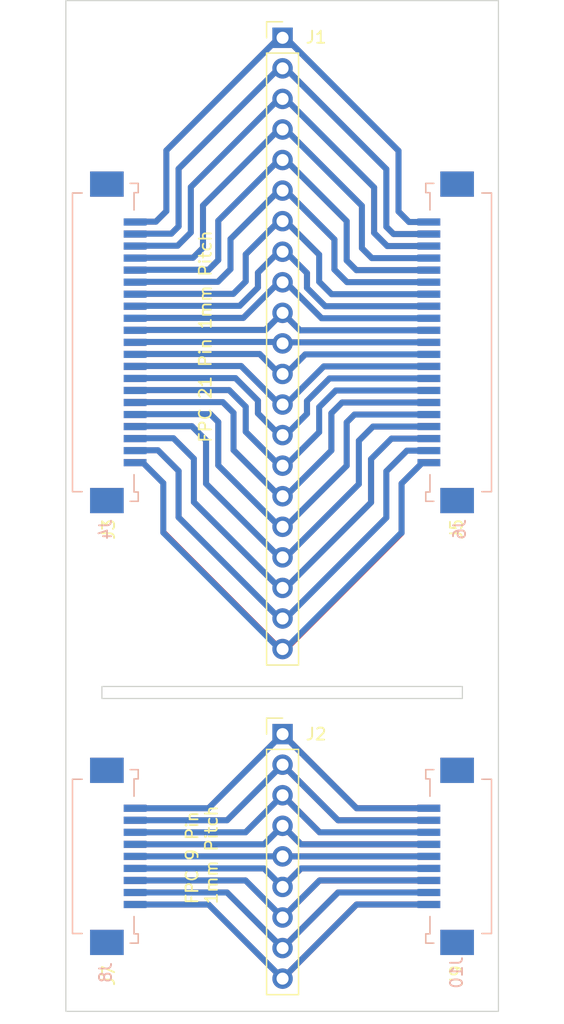
<source format=kicad_pcb>
(kicad_pcb (version 20221018) (generator pcbnew)
  (layers (0 "F.Cu" signal) (31 "B.Cu" signal) (34 "B.Paste" user) (35 "F.Paste" user) (36 "B.SilkS" user "B.Silkscreen") (37 "F.SilkS" user "F.Silkscreen") (38 "B.Mask" user) (39 "F.Mask" user) (44 "Edge.Cuts" user))
  (net 0 "")
  (net 1 "Net-(J1-Pin_1)")
  (net 2 "Net-(J1-Pin_2)")
  (net 3 "Net-(J1-Pin_3)")
  (net 4 "Net-(J1-Pin_4)")
  (net 5 "Net-(J1-Pin_5)")
  (net 6 "Net-(J1-Pin_6)")
  (net 7 "Net-(J1-Pin_7)")
  (net 8 "Net-(J1-Pin_8)")
  (net 9 "Net-(J1-Pin_9)")
  (net 10 "Net-(J1-Pin_10)")
  (net 11 "Net-(J1-Pin_11)")
  (net 12 "Net-(J1-Pin_12)")
  (net 13 "Net-(J1-Pin_13)")
  (net 14 "Net-(J1-Pin_14)")
  (net 15 "Net-(J1-Pin_15)")
  (net 16 "Net-(J1-Pin_16)")
  (net 17 "Net-(J1-Pin_17)")
  (net 18 "Net-(J1-Pin_18)")
  (net 19 "Net-(J1-Pin_19)")
  (net 20 "Net-(J1-Pin_20)")
  (net 21 "Net-(J1-Pin_21)")
  (net 22 "Net-(J10-Pin_1)")
  (net 23 "Net-(J10-Pin_2)")
  (net 24 "Net-(J10-Pin_3)")
  (net 25 "Net-(J10-Pin_4)")
  (net 26 "Net-(J10-Pin_5)")
  (net 27 "Net-(J10-Pin_6)")
  (net 28 "Net-(J10-Pin_7)")
  (net 29 "Net-(J10-Pin_8)")
  (net 30 "Net-(J10-Pin_9)")
  (footprint "MountingHole:MountingHole_3.2mm_M3" (layer "F.Cu") (at 127.586 158.74)
    (fp_text reference "REF**" hide)
    (fp_text value "MountingHole_3.2mm_M3")
  )
  (footprint "MountingHole:MountingHole_3.2mm_M3" (layer "F.Cu") (at 141.586 158.74)
    (fp_text reference "REF**" hide)
    (fp_text value "MountingHole_3.2mm_M3")
  )
  (footprint "MountingHole:MountingHole_3.2mm_M3" (layer "F.Cu") (at 148.586 82.74)
    (fp_text reference "REF**" hide)
    (fp_text value "MountingHole_3.2mm_M3")
  )
  (footprint "Connector_PinHeader_2.54mm:PinHeader_1x21_P2.54mm_Vertical" (layer "F.Cu") (at 134.62 81.83)
    (fp_text reference "J1")
    (fp_text value "Conn_01x21_Pin")
  )
  (footprint "FPC_Adapted:Molex_200528-0210_1x21-1MP_P1.00mm_Horizontal" (layer "F.Cu") (at 147.707998 107.14 90)
    (fp_text reference "J5")
    (fp_text value "Conn_01x21_Pin")
  )
  (footprint "MountingHole:MountingHole_3.2mm_M3" (layer "F.Cu") (at 120.586 82.74)
    (fp_text reference "REF**" hide)
    (fp_text value "MountingHole_3.2mm_M3")
  )
  (footprint "FPC_Adapted:Molex_200528-0090_1x09-1MP_P1.00mm_Horizontal" (layer "F.Cu") (at 121.438 149.86 -90)
    (fp_text reference "J7")
    (fp_text value "Conn_01x09_Pin")
  )
  (footprint "FPC_Adapted:Molex_200528-0210_1x21-1MP_P1.00mm_Horizontal" (layer "F.Cu") (at 121.438 107.14 -90)
    (fp_text reference "J3")
    (fp_text value "Conn_01x21_Pin")
  )
  (footprint "FPC_Adapted:Molex_200528-0090_1x09-1MP_P1.00mm_Horizontal" (layer "F.Cu") (at 147.708 149.86 90)
    (fp_text reference "J9")
    (fp_text value "Conn_01x09_Pin")
  )
  (footprint "Connector_PinHeader_2.54mm:PinHeader_1x09_P2.54mm_Vertical" (layer "F.Cu") (at 134.62 139.7)
    (fp_text reference "J2")
    (fp_text value "Conn_01x09_Pin")
  )
  (footprint "MountingHole:MountingHole_3.2mm_M3" (layer "F.Cu") (at 148.586 131.74)
    (fp_text reference "REF**" hide)
    (fp_text value "MountingHole_3.2mm_M3")
  )
  (footprint "MountingHole:MountingHole_3.2mm_M3" (layer "F.Cu") (at 120.586 131.74)
    (fp_text reference "REF**" hide)
    (fp_text value "MountingHole_3.2mm_M3")
  )
  (footprint "FPC_Adapted:Molex_200528-0090_1x09-1MP_P1.00mm_Horizontal" (layer "B.Cu") (at 121.438 149.86 90)
    (fp_text reference "J8")
    (fp_text value "Conn_01x09_Pin")
  )
  (footprint "FPC_Adapted:Molex_200528-0210_1x21-1MP_P1.00mm_Horizontal" (layer "B.Cu") (at 121.438 107.14 90)
    (fp_text reference "J4")
    (fp_text value "Conn_01x21_Pin")
  )
  (footprint "FPC_Adapted:Molex_200528-0210_1x21-1MP_P1.00mm_Horizontal" (layer "B.Cu") (at 147.707998 107.14 -90)
    (fp_text reference "J6")
    (fp_text value "Conn_01x21_Pin")
  )
  (footprint "FPC_Adapted:Molex_200528-0090_1x09-1MP_P1.00mm_Horizontal" (layer "B.Cu") (at 147.708 149.86 -90)
    (fp_text reference "J10")
    (fp_text value "Conn_01x09_Pin")
  )
  (gr_rect (start 119.586 135.74) (end 149.586 136.74) (stroke (width 0.1)) (fill none) (layer "Edge.Cuts"))
  (gr_rect (start 116.586 78.74) (end 152.586 162.74) (stroke (width 0.1)) (fill none) (layer "Edge.Cuts"))
  (gr_text "FPC 9 Pin\n1mm Pitch" (at 129.286 153.924 90) (layer "F.SilkS") (effects (font (size 1 1)) (justify left bottom)))
  (gr_text "FPC 21 Pin 1mm Pitch" (at 128.778 115.57 90) (layer "F.SilkS") (effects (font (size 1 1)) (justify left bottom)))
  (segment (start 124.077 97.11) (end 122.425 97.11) (width 0.5) (layer "F.Cu") (net 1))
  (segment (start 145.145998 97.14) (end 146.797998 97.14) (width 0.5) (layer "F.Cu") (net 1))
  (segment (start 124.951 96.236) (end 124.077 97.11) (width 0.5) (layer "F.Cu") (net 1))
  (segment (start 144.271998 91.222) (end 144.271998 96.266) (width 0.5) (layer "F.Cu") (net 1))
  (segment (start 124.951 91.192) (end 124.951 96.236) (width 0.5) (layer "F.Cu") (net 1))
  (segment (start 134.879998 81.83) (end 144.271998 91.222) (width 0.5) (layer "F.Cu") (net 1))
  (segment (start 144.271998 96.266) (end 145.145998 97.14) (width 0.5) (layer "F.Cu") (net 1))
  (segment (start 134.343 81.8) (end 124.951 91.192) (width 0.5) (layer "F.Cu") (net 1))
  (segment (start 124.951 96.236) (end 124.077 97.11) (width 0.5) (layer "B.Cu") (net 1))
  (segment (start 144.271998 91.222) (end 144.271998 96.266) (width 0.5) (layer "B.Cu") (net 1))
  (segment (start 124.951 91.192) (end 124.951 96.236) (width 0.5) (layer "B.Cu") (net 1))
  (segment (start 134.343 81.8) (end 124.951 91.192) (width 0.5) (layer "B.Cu") (net 1))
  (segment (start 145.145998 97.14) (end 146.797998 97.14) (width 0.5) (layer "B.Cu") (net 1))
  (segment (start 124.077 97.11) (end 122.425 97.11) (width 0.5) (layer "B.Cu") (net 1))
  (segment (start 144.271998 96.266) (end 145.145998 97.14) (width 0.5) (layer "B.Cu") (net 1))
  (segment (start 134.879998 81.83) (end 144.271998 91.222) (width 0.5) (layer "B.Cu") (net 1))
  (segment (start 125.363 98.11) (end 122.425 98.11) (width 0.5) (layer "F.Cu") (net 2))
  (segment (start 143.255998 97.536) (end 143.859998 98.14) (width 0.5) (layer "F.Cu") (net 2))
  (segment (start 125.967 92.716) (end 125.967 97.506) (width 0.5) (layer "F.Cu") (net 2))
  (segment (start 125.967 97.506) (end 125.363 98.11) (width 0.5) (layer "F.Cu") (net 2))
  (segment (start 134.879998 84.37) (end 143.255998 92.746) (width 0.5) (layer "F.Cu") (net 2))
  (segment (start 143.255998 92.746) (end 143.255998 97.536) (width 0.5) (layer "F.Cu") (net 2))
  (segment (start 134.343 84.34) (end 125.967 92.716) (width 0.5) (layer "F.Cu") (net 2))
  (segment (start 143.859998 98.14) (end 146.797998 98.14) (width 0.5) (layer "F.Cu") (net 2))
  (segment (start 134.879998 84.37) (end 143.255998 92.746) (width 0.5) (layer "B.Cu") (net 2))
  (segment (start 143.859998 98.14) (end 146.797998 98.14) (width 0.5) (layer "B.Cu") (net 2))
  (segment (start 143.255998 97.536) (end 143.859998 98.14) (width 0.5) (layer "B.Cu") (net 2))
  (segment (start 134.343 84.34) (end 125.967 92.716) (width 0.5) (layer "B.Cu") (net 2))
  (segment (start 125.967 92.716) (end 125.967 97.506) (width 0.5) (layer "B.Cu") (net 2))
  (segment (start 143.255998 92.746) (end 143.255998 97.536) (width 0.5) (layer "B.Cu") (net 2))
  (segment (start 125.363 98.11) (end 122.425 98.11) (width 0.5) (layer "B.Cu") (net 2))
  (segment (start 125.967 97.506) (end 125.363 98.11) (width 0.5) (layer "B.Cu") (net 2))
  (segment (start 126.983 94.24) (end 126.983 98.014) (width 0.5) (layer "F.Cu") (net 3))
  (segment (start 134.879998 86.91) (end 142.239998 94.27) (width 0.5) (layer "F.Cu") (net 3))
  (segment (start 142.239998 94.27) (end 142.239998 98.044) (width 0.5) (layer "F.Cu") (net 3))
  (segment (start 134.343 86.88) (end 126.983 94.24) (width 0.5) (layer "F.Cu") (net 3))
  (segment (start 142.239998 98.044) (end 143.335998 99.14) (width 0.5) (layer "F.Cu") (net 3))
  (segment (start 126.983 98.014) (end 125.887 99.11) (width 0.5) (layer "F.Cu") (net 3))
  (segment (start 125.887 99.11) (end 122.425 99.11) (width 0.5) (layer "F.Cu") (net 3))
  (segment (start 143.335998 99.14) (end 146.797998 99.14) (width 0.5) (layer "F.Cu") (net 3))
  (segment (start 125.887 99.11) (end 122.425 99.11) (width 0.5) (layer "B.Cu") (net 3))
  (segment (start 134.879998 86.91) (end 142.239998 94.27) (width 0.5) (layer "B.Cu") (net 3))
  (segment (start 134.343 86.88) (end 126.983 94.24) (width 0.5) (layer "B.Cu") (net 3))
  (segment (start 126.983 94.24) (end 126.983 98.014) (width 0.5) (layer "B.Cu") (net 3))
  (segment (start 126.983 98.014) (end 125.887 99.11) (width 0.5) (layer "B.Cu") (net 3))
  (segment (start 143.335998 99.14) (end 146.797998 99.14) (width 0.5) (layer "B.Cu") (net 3))
  (segment (start 142.239998 98.044) (end 143.335998 99.14) (width 0.5) (layer "B.Cu") (net 3))
  (segment (start 142.239998 94.27) (end 142.239998 98.044) (width 0.5) (layer "B.Cu") (net 3))
  (segment (start 127.173 100.11) (end 122.425 100.11) (width 0.5) (layer "F.Cu") (net 4))
  (segment (start 141.223998 99.314) (end 142.049998 100.14) (width 0.5) (layer "F.Cu") (net 4))
  (segment (start 142.049998 100.14) (end 146.797998 100.14) (width 0.5) (layer "F.Cu") (net 4))
  (segment (start 141.223998 95.794) (end 141.223998 99.314) (width 0.5) (layer "F.Cu") (net 4))
  (segment (start 134.343 89.42) (end 127.999 95.764) (width 0.5) (layer "F.Cu") (net 4))
  (segment (start 127.999 95.764) (end 127.999 99.284) (width 0.5) (layer "F.Cu") (net 4))
  (segment (start 127.999 99.284) (end 127.173 100.11) (width 0.5) (layer "F.Cu") (net 4))
  (segment (start 134.879998 89.45) (end 141.223998 95.794) (width 0.5) (layer "F.Cu") (net 4))
  (segment (start 141.223998 95.794) (end 141.223998 99.314) (width 0.5) (layer "B.Cu") (net 4))
  (segment (start 141.223998 99.314) (end 142.049998 100.14) (width 0.5) (layer "B.Cu") (net 4))
  (segment (start 127.999 95.764) (end 127.999 99.284) (width 0.5) (layer "B.Cu") (net 4))
  (segment (start 127.999 99.284) (end 127.173 100.11) (width 0.5) (layer "B.Cu") (net 4))
  (segment (start 142.049998 100.14) (end 146.797998 100.14) (width 0.5) (layer "B.Cu") (net 4))
  (segment (start 134.879998 89.45) (end 141.223998 95.794) (width 0.5) (layer "B.Cu") (net 4))
  (segment (start 127.173 100.11) (end 122.425 100.11) (width 0.5) (layer "B.Cu") (net 4))
  (segment (start 134.343 89.42) (end 127.999 95.764) (width 0.5) (layer "B.Cu") (net 4))
  (segment (start 129.269 100.3) (end 128.459 101.11) (width 0.5) (layer "F.Cu") (net 5))
  (segment (start 139.953998 97.064) (end 139.953998 100.33) (width 0.5) (layer "F.Cu") (net 5))
  (segment (start 128.459 101.11) (end 122.425 101.11) (width 0.5) (layer "F.Cu") (net 5))
  (segment (start 140.763998 101.14) (end 146.797998 101.14) (width 0.5) (layer "F.Cu") (net 5))
  (segment (start 129.269 97.034) (end 129.269 100.3) (width 0.5) (layer "F.Cu") (net 5))
  (segment (start 134.879998 91.99) (end 139.953998 97.064) (width 0.5) (layer "F.Cu") (net 5))
  (segment (start 139.953998 100.33) (end 140.763998 101.14) (width 0.5) (layer "F.Cu") (net 5))
  (segment (start 134.343 91.96) (end 129.269 97.034) (width 0.5) (layer "F.Cu") (net 5))
  (segment (start 139.953998 97.064) (end 139.953998 100.33) (width 0.5) (layer "B.Cu") (net 5))
  (segment (start 128.459 101.11) (end 122.425 101.11) (width 0.5) (layer "B.Cu") (net 5))
  (segment (start 139.953998 100.33) (end 140.763998 101.14) (width 0.5) (layer "B.Cu") (net 5))
  (segment (start 134.343 91.96) (end 129.269 97.034) (width 0.5) (layer "B.Cu") (net 5))
  (segment (start 140.763998 101.14) (end 146.797998 101.14) (width 0.5) (layer "B.Cu") (net 5))
  (segment (start 134.879998 91.99) (end 139.953998 97.064) (width 0.5) (layer "B.Cu") (net 5))
  (segment (start 129.269 97.034) (end 129.269 100.3) (width 0.5) (layer "B.Cu") (net 5))
  (segment (start 129.269 100.3) (end 128.459 101.11) (width 0.5) (layer "B.Cu") (net 5))
  (segment (start 130.285 101.062) (end 129.237 102.11) (width 0.5) (layer "F.Cu") (net 6))
  (segment (start 138.937998 101.092) (end 139.985998 102.14) (width 0.5) (layer "F.Cu") (net 6))
  (segment (start 139.985998 102.14) (end 146.797998 102.14) (width 0.5) (layer "F.Cu") (net 6))
  (segment (start 134.343 94.5) (end 130.285 98.558) (width 0.5) (layer "F.Cu") (net 6))
  (segment (start 138.937998 98.588) (end 138.937998 101.092) (width 0.5) (layer "F.Cu") (net 6))
  (segment (start 130.285 98.558) (end 130.285 101.062) (width 0.5) (layer "F.Cu") (net 6))
  (segment (start 129.237 102.11) (end 122.425 102.11) (width 0.5) (layer "F.Cu") (net 6))
  (segment (start 134.879998 94.53) (end 138.937998 98.588) (width 0.5) (layer "F.Cu") (net 6))
  (segment (start 130.285 101.062) (end 129.237 102.11) (width 0.5) (layer "B.Cu") (net 6))
  (segment (start 130.285 98.558) (end 130.285 101.062) (width 0.5) (layer "B.Cu") (net 6))
  (segment (start 134.343 94.5) (end 130.285 98.558) (width 0.5) (layer "B.Cu") (net 6))
  (segment (start 138.937998 98.588) (end 138.937998 101.092) (width 0.5) (layer "B.Cu") (net 6))
  (segment (start 134.879998 94.53) (end 138.937998 98.588) (width 0.5) (layer "B.Cu") (net 6))
  (segment (start 139.985998 102.14) (end 146.797998 102.14) (width 0.5) (layer "B.Cu") (net 6))
  (segment (start 129.237 102.11) (end 122.425 102.11) (width 0.5) (layer "B.Cu") (net 6))
  (segment (start 138.937998 101.092) (end 139.985998 102.14) (width 0.5) (layer "B.Cu") (net 6))
  (segment (start 137.667998 99.858) (end 137.667998 102.108) (width 0.5) (layer "F.Cu") (net 7))
  (segment (start 131.555 102.078) (end 130.523 103.11) (width 0.5) (layer "F.Cu") (net 7))
  (segment (start 134.879998 97.07) (end 137.667998 99.858) (width 0.5) (layer "F.Cu") (net 7))
  (segment (start 130.523 103.11) (end 122.425 103.11) (width 0.5) (layer "F.Cu") (net 7))
  (segment (start 137.667998 102.108) (end 138.699998 103.14) (width 0.5) (layer "F.Cu") (net 7))
  (segment (start 131.555 99.828) (end 131.555 102.078) (width 0.5) (layer "F.Cu") (net 7))
  (segment (start 134.343 97.04) (end 131.555 99.828) (width 0.5) (layer "F.Cu") (net 7))
  (segment (start 138.699998 103.14) (end 146.797998 103.14) (width 0.5) (layer "F.Cu") (net 7))
  (segment (start 138.699998 103.14) (end 146.797998 103.14) (width 0.5) (layer "B.Cu") (net 7))
  (segment (start 134.879998 97.07) (end 137.667998 99.858) (width 0.5) (layer "B.Cu") (net 7))
  (segment (start 137.667998 102.108) (end 138.699998 103.14) (width 0.5) (layer "B.Cu") (net 7))
  (segment (start 130.523 103.11) (end 122.425 103.11) (width 0.5) (layer "B.Cu") (net 7))
  (segment (start 131.555 102.078) (end 130.523 103.11) (width 0.5) (layer "B.Cu") (net 7))
  (segment (start 134.343 97.04) (end 131.555 99.828) (width 0.5) (layer "B.Cu") (net 7))
  (segment (start 137.667998 99.858) (end 137.667998 102.108) (width 0.5) (layer "B.Cu") (net 7))
  (segment (start 131.555 99.828) (end 131.555 102.078) (width 0.5) (layer "B.Cu") (net 7))
  (segment (start 132.571 102.586) (end 131.047 104.11) (width 0.5) (layer "F.Cu") (net 8))
  (segment (start 131.047 104.11) (end 122.425 104.11) (width 0.5) (layer "F.Cu") (net 8))
  (segment (start 136.651998 101.382) (end 136.651998 102.616) (width 0.5) (layer "F.Cu") (net 8))
  (segment (start 132.571 101.352) (end 132.571 102.586) (width 0.5) (layer "F.Cu") (net 8))
  (segment (start 136.651998 102.616) (end 138.175998 104.14) (width 0.5) (layer "F.Cu") (net 8))
  (segment (start 138.175998 104.14) (end 146.797998 104.14) (width 0.5) (layer "F.Cu") (net 8))
  (segment (start 134.879998 99.61) (end 136.651998 101.382) (width 0.5) (layer "F.Cu") (net 8))
  (segment (start 134.343 99.58) (end 132.571 101.352) (width 0.5) (layer "F.Cu") (net 8))
  (segment (start 132.571 101.352) (end 132.571 102.586) (width 0.5) (layer "B.Cu") (net 8))
  (segment (start 134.343 99.58) (end 132.571 101.352) (width 0.5) (layer "B.Cu") (net 8))
  (segment (start 132.571 102.586) (end 131.047 104.11) (width 0.5) (layer "B.Cu") (net 8))
  (segment (start 136.651998 102.616) (end 138.175998 104.14) (width 0.5) (layer "B.Cu") (net 8))
  (segment (start 134.879998 99.61) (end 136.651998 101.382) (width 0.5) (layer "B.Cu") (net 8))
  (segment (start 138.175998 104.14) (end 146.797998 104.14) (width 0.5) (layer "B.Cu") (net 8))
  (segment (start 136.651998 101.382) (end 136.651998 102.616) (width 0.5) (layer "B.Cu") (net 8))
  (segment (start 131.047 104.11) (end 122.425 104.11) (width 0.5) (layer "B.Cu") (net 8))
  (segment (start 137.869998 105.14) (end 146.797998 105.14) (width 0.5) (layer "F.Cu") (net 9))
  (segment (start 134.879998 102.15) (end 137.869998 105.14) (width 0.5) (layer "F.Cu") (net 9))
  (segment (start 134.343 102.12) (end 131.353 105.11) (width 0.5) (layer "F.Cu") (net 9))
  (segment (start 131.353 105.11) (end 122.425 105.11) (width 0.5) (layer "F.Cu") (net 9))
  (segment (start 137.869998 105.14) (end 146.797998 105.14) (width 0.5) (layer "B.Cu") (net 9))
  (segment (start 134.879998 102.15) (end 137.869998 105.14) (width 0.5) (layer "B.Cu") (net 9))
  (segment (start 131.353 105.11) (end 122.425 105.11) (width 0.5) (layer "B.Cu") (net 9))
  (segment (start 134.343 102.12) (end 131.353 105.11) (width 0.5) (layer "B.Cu") (net 9))
  (segment (start 146.797998 106.14) (end 136.07 106.14) (width 0.5) (layer "F.Cu") (net 10))
  (segment (start 122.425 106.11) (end 133.2 106.11) (width 0.5) (layer "F.Cu") (net 10))
  (segment (start 133.2 106.11) (end 134.62 104.69) (width 0.5) (layer "F.Cu") (net 10))
  (segment (start 136.07 106.14) (end 134.62 104.69) (width 0.5) (layer "F.Cu") (net 10))
  (segment (start 122.425 106.11) (end 133.2 106.11) (width 0.5) (layer "B.Cu") (net 10))
  (segment (start 146.797998 106.14) (end 136.07 106.14) (width 0.5) (layer "B.Cu") (net 10))
  (segment (start 136.07 106.14) (end 134.62 104.69) (width 0.5) (layer "B.Cu") (net 10))
  (segment (start 133.2 106.11) (end 134.62 104.69) (width 0.5) (layer "B.Cu") (net 10))
  (segment (start 122.425 107.11) (end 134.253 107.11) (width 0.5) (layer "F.Cu") (net 11))
  (segment (start 146.797998 107.14) (end 134.969998 107.14) (width 0.5) (layer "F.Cu") (net 11))
  (segment (start 122.425 107.11) (end 134.253 107.11) (width 0.5) (layer "B.Cu") (net 11))
  (segment (start 146.797998 107.14) (end 134.969998 107.14) (width 0.5) (layer "B.Cu") (net 11))
  (segment (start 134.879998 109.77) (end 136.509998 108.14) (width 0.5) (layer "F.Cu") (net 12))
  (segment (start 136.509998 108.14) (end 146.797998 108.14) (width 0.5) (layer "F.Cu") (net 12))
  (segment (start 132.713 108.11) (end 122.425 108.11) (width 0.5) (layer "F.Cu") (net 12))
  (segment (start 134.343 109.74) (end 132.713 108.11) (width 0.5) (layer "F.Cu") (net 12))
  (segment (start 134.879998 109.77) (end 136.509998 108.14) (width 0.5) (layer "B.Cu") (net 12))
  (segment (start 132.713 108.11) (end 122.425 108.11) (width 0.5) (layer "B.Cu") (net 12))
  (segment (start 136.509998 108.14) (end 146.797998 108.14) (width 0.5) (layer "B.Cu") (net 12))
  (segment (start 134.343 109.74) (end 132.713 108.11) (width 0.5) (layer "B.Cu") (net 12))
  (segment (start 131.173 109.11) (end 122.425 109.11) (width 0.5) (layer "F.Cu") (net 13))
  (segment (start 138.049998 109.14) (end 146.797998 109.14) (width 0.5) (layer "F.Cu") (net 13))
  (segment (start 134.343 112.28) (end 131.173 109.11) (width 0.5) (layer "F.Cu") (net 13))
  (segment (start 134.879998 112.31) (end 138.049998 109.14) (width 0.5) (layer "F.Cu") (net 13))
  (segment (start 131.173 109.11) (end 122.425 109.11) (width 0.5) (layer "B.Cu") (net 13))
  (segment (start 134.879998 112.31) (end 138.049998 109.14) (width 0.5) (layer "B.Cu") (net 13))
  (segment (start 134.343 112.28) (end 131.173 109.11) (width 0.5) (layer "B.Cu") (net 13))
  (segment (start 138.049998 109.14) (end 146.797998 109.14) (width 0.5) (layer "B.Cu") (net 13))
  (segment (start 134.879998 114.85) (end 136.651998 113.078) (width 0.5) (layer "F.Cu") (net 14))
  (segment (start 132.571 113.048) (end 132.571 111.984) (width 0.5) (layer "F.Cu") (net 14))
  (segment (start 136.651998 112.014) (end 138.525998 110.14) (width 0.5) (layer "F.Cu") (net 14))
  (segment (start 134.343 114.82) (end 132.571 113.048) (width 0.5) (layer "F.Cu") (net 14))
  (segment (start 136.651998 113.078) (end 136.651998 112.014) (width 0.5) (layer "F.Cu") (net 14))
  (segment (start 132.571 111.984) (end 130.697 110.11) (width 0.5) (layer "F.Cu") (net 14))
  (segment (start 130.697 110.11) (end 122.425 110.11) (width 0.5) (layer "F.Cu") (net 14))
  (segment (start 138.525998 110.14) (end 146.797998 110.14) (width 0.5) (layer "F.Cu") (net 14))
  (segment (start 138.525998 110.14) (end 146.797998 110.14) (width 0.5) (layer "B.Cu") (net 14))
  (segment (start 134.343 114.82) (end 132.571 113.048) (width 0.5) (layer "B.Cu") (net 14))
  (segment (start 136.651998 112.014) (end 138.525998 110.14) (width 0.5) (layer "B.Cu") (net 14))
  (segment (start 136.651998 113.078) (end 136.651998 112.014) (width 0.5) (layer "B.Cu") (net 14))
  (segment (start 134.879998 114.85) (end 136.651998 113.078) (width 0.5) (layer "B.Cu") (net 14))
  (segment (start 132.571 113.048) (end 132.571 111.984) (width 0.5) (layer "B.Cu") (net 14))
  (segment (start 130.697 110.11) (end 122.425 110.11) (width 0.5) (layer "B.Cu") (net 14))
  (segment (start 132.571 111.984) (end 130.697 110.11) (width 0.5) (layer "B.Cu") (net 14))
  (segment (start 131.555 114.572) (end 131.555 112.492) (width 0.5) (layer "F.Cu") (net 15))
  (segment (start 134.343 117.36) (end 131.555 114.572) (width 0.5) (layer "F.Cu") (net 15))
  (segment (start 131.555 112.492) (end 130.173 111.11) (width 0.5) (layer "F.Cu") (net 15))
  (segment (start 137.667998 112.522) (end 139.049998 111.14) (width 0.5) (layer "F.Cu") (net 15))
  (segment (start 139.049998 111.14) (end 146.797998 111.14) (width 0.5) (layer "F.Cu") (net 15))
  (segment (start 130.173 111.11) (end 122.425 111.11) (width 0.5) (layer "F.Cu") (net 15))
  (segment (start 134.879998 117.39) (end 137.667998 114.602) (width 0.5) (layer "F.Cu") (net 15))
  (segment (start 137.667998 114.602) (end 137.667998 112.522) (width 0.5) (layer "F.Cu") (net 15))
  (segment (start 130.173 111.11) (end 122.425 111.11) (width 0.5) (layer "B.Cu") (net 15))
  (segment (start 137.667998 112.522) (end 139.049998 111.14) (width 0.5) (layer "B.Cu") (net 15))
  (segment (start 134.879998 117.39) (end 137.667998 114.602) (width 0.5) (layer "B.Cu") (net 15))
  (segment (start 131.555 112.492) (end 130.173 111.11) (width 0.5) (layer "B.Cu") (net 15))
  (segment (start 139.049998 111.14) (end 146.797998 111.14) (width 0.5) (layer "B.Cu") (net 15))
  (segment (start 134.343 117.36) (end 131.555 114.572) (width 0.5) (layer "B.Cu") (net 15))
  (segment (start 137.667998 114.602) (end 137.667998 112.522) (width 0.5) (layer "B.Cu") (net 15))
  (segment (start 131.555 114.572) (end 131.555 112.492) (width 0.5) (layer "B.Cu") (net 15))
  (segment (start 139.573998 112.14) (end 146.797998 112.14) (width 0.5) (layer "F.Cu") (net 16))
  (segment (start 129.649 112.11) (end 122.425 112.11) (width 0.5) (layer "F.Cu") (net 16))
  (segment (start 130.539 113) (end 129.649 112.11) (width 0.5) (layer "F.Cu") (net 16))
  (segment (start 130.539 116.096) (end 130.539 113) (width 0.5) (layer "F.Cu") (net 16))
  (segment (start 138.683998 116.126) (end 138.683998 113.03) (width 0.5) (layer "F.Cu") (net 16))
  (segment (start 138.683998 113.03) (end 139.573998 112.14) (width 0.5) (layer "F.Cu") (net 16))
  (segment (start 134.343 119.9) (end 130.539 116.096) (width 0.5) (layer "F.Cu") (net 16))
  (segment (start 134.879998 119.93) (end 138.683998 116.126) (width 0.5) (layer "F.Cu") (net 16))
  (segment (start 130.539 113) (end 129.649 112.11) (width 0.5) (layer "B.Cu") (net 16))
  (segment (start 138.683998 113.03) (end 139.573998 112.14) (width 0.5) (layer "B.Cu") (net 16))
  (segment (start 134.343 119.9) (end 130.539 116.096) (width 0.5) (layer "B.Cu") (net 16))
  (segment (start 138.683998 116.126) (end 138.683998 113.03) (width 0.5) (layer "B.Cu") (net 16))
  (segment (start 129.649 112.11) (end 122.425 112.11) (width 0.5) (layer "B.Cu") (net 16))
  (segment (start 130.539 116.096) (end 130.539 113) (width 0.5) (layer "B.Cu") (net 16))
  (segment (start 139.573998 112.14) (end 146.797998 112.14) (width 0.5) (layer "B.Cu") (net 16))
  (segment (start 134.879998 119.93) (end 138.683998 116.126) (width 0.5) (layer "B.Cu") (net 16))
  (segment (start 139.953998 113.792) (end 140.605998 113.14) (width 0.5) (layer "F.Cu") (net 17))
  (segment (start 129.269 117.366) (end 129.269 113.762) (width 0.5) (layer "F.Cu") (net 17))
  (segment (start 140.605998 113.14) (end 146.797998 113.14) (width 0.5) (layer "F.Cu") (net 17))
  (segment (start 139.953998 117.396) (end 139.953998 113.792) (width 0.5) (layer "F.Cu") (net 17))
  (segment (start 129.269 113.762) (end 128.617 113.11) (width 0.5) (layer "F.Cu") (net 17))
  (segment (start 134.879998 122.47) (end 139.953998 117.396) (width 0.5) (layer "F.Cu") (net 17))
  (segment (start 128.617 113.11) (end 122.425 113.11) (width 0.5) (layer "F.Cu") (net 17))
  (segment (start 134.343 122.44) (end 129.269 117.366) (width 0.5) (layer "F.Cu") (net 17))
  (segment (start 139.953998 117.396) (end 139.953998 113.792) (width 0.5) (layer "B.Cu") (net 17))
  (segment (start 140.605998 113.14) (end 146.797998 113.14) (width 0.5) (layer "B.Cu") (net 17))
  (segment (start 129.269 113.762) (end 128.617 113.11) (width 0.5) (layer "B.Cu") (net 17))
  (segment (start 129.269 117.366) (end 129.269 113.762) (width 0.5) (layer "B.Cu") (net 17))
  (segment (start 134.879998 122.47) (end 139.953998 117.396) (width 0.5) (layer "B.Cu") (net 17))
  (segment (start 134.343 122.44) (end 129.269 117.366) (width 0.5) (layer "B.Cu") (net 17))
  (segment (start 128.617 113.11) (end 122.425 113.11) (width 0.5) (layer "B.Cu") (net 17))
  (segment (start 139.953998 113.792) (end 140.605998 113.14) (width 0.5) (layer "B.Cu") (net 17))
  (segment (start 142.145998 114.14) (end 146.797998 114.14) (width 0.5) (layer "F.Cu") (net 18))
  (segment (start 134.343 124.98) (end 128.253 118.89) (width 0.5) (layer "F.Cu") (net 18))
  (segment (start 128.253 115.286) (end 127.077 114.11) (width 0.5) (layer "F.Cu") (net 18))
  (segment (start 127.077 114.11) (end 122.425 114.11) (width 0.5) (layer "F.Cu") (net 18))
  (segment (start 140.969998 118.92) (end 140.969998 115.316) (width 0.5) (layer "F.Cu") (net 18))
  (segment (start 128.253 118.89) (end 128.253 115.286) (width 0.5) (layer "F.Cu") (net 18))
  (segment (start 134.879998 125.01) (end 140.969998 118.92) (width 0.5) (layer "F.Cu") (net 18))
  (segment (start 140.969998 115.316) (end 142.145998 114.14) (width 0.5) (layer "F.Cu") (net 18))
  (segment (start 134.343 124.98) (end 128.253 118.89) (width 0.5) (layer "B.Cu") (net 18))
  (segment (start 128.253 115.286) (end 127.077 114.11) (width 0.5) (layer "B.Cu") (net 18))
  (segment (start 140.969998 115.316) (end 142.145998 114.14) (width 0.5) (layer "B.Cu") (net 18))
  (segment (start 140.969998 118.92) (end 140.969998 115.316) (width 0.5) (layer "B.Cu") (net 18))
  (segment (start 142.145998 114.14) (end 146.797998 114.14) (width 0.5) (layer "B.Cu") (net 18))
  (segment (start 134.879998 125.01) (end 140.969998 118.92) (width 0.5) (layer "B.Cu") (net 18))
  (segment (start 128.253 118.89) (end 128.253 115.286) (width 0.5) (layer "B.Cu") (net 18))
  (segment (start 127.077 114.11) (end 122.425 114.11) (width 0.5) (layer "B.Cu") (net 18))
  (segment (start 141.985998 120.444) (end 141.985998 116.84) (width 0.5) (layer "F.Cu") (net 19))
  (segment (start 127.237 120.414) (end 127.237 116.81) (width 0.5) (layer "F.Cu") (net 19))
  (segment (start 143.685998 115.14) (end 146.797998 115.14) (width 0.5) (layer "F.Cu") (net 19))
  (segment (start 134.343 127.52) (end 127.237 120.414) (width 0.5) (layer "F.Cu") (net 19))
  (segment (start 127.237 116.81) (end 125.537 115.11) (width 0.5) (layer "F.Cu") (net 19))
  (segment (start 134.879998 127.55) (end 141.985998 120.444) (width 0.5) (layer "F.Cu") (net 19))
  (segment (start 141.985998 116.84) (end 143.685998 115.14) (width 0.5) (layer "F.Cu") (net 19))
  (segment (start 125.537 115.11) (end 122.425 115.11) (width 0.5) (layer "F.Cu") (net 19))
  (segment (start 134.879998 127.55) (end 141.985998 120.444) (width 0.5) (layer "B.Cu") (net 19))
  (segment (start 134.343 127.52) (end 127.237 120.414) (width 0.5) (layer "B.Cu") (net 19))
  (segment (start 127.237 120.414) (end 127.237 116.81) (width 0.5) (layer "B.Cu") (net 19))
  (segment (start 141.985998 120.444) (end 141.985998 116.84) (width 0.5) (layer "B.Cu") (net 19))
  (segment (start 127.237 116.81) (end 125.537 115.11) (width 0.5) (layer "B.Cu") (net 19))
  (segment (start 143.685998 115.14) (end 146.797998 115.14) (width 0.5) (layer "B.Cu") (net 19))
  (segment (start 125.537 115.11) (end 122.425 115.11) (width 0.5) (layer "B.Cu") (net 19))
  (segment (start 141.985998 116.84) (end 143.685998 115.14) (width 0.5) (layer "B.Cu") (net 19))
  (segment (start 125.967 117.826) (end 124.251 116.11) (width 0.5) (layer "F.Cu") (net 20))
  (segment (start 125.967 121.684) (end 125.967 117.826) (width 0.5) (layer "F.Cu") (net 20))
  (segment (start 134.343 130.06) (end 125.967 121.684) (width 0.5) (layer "F.Cu") (net 20))
  (segment (start 134.879998 130.09) (end 143.255998 121.714) (width 0.5) (layer "F.Cu") (net 20))
  (segment (start 144.971998 116.14) (end 146.797998 116.14) (width 0.5) (layer "F.Cu") (net 20))
  (segment (start 143.255998 121.714) (end 143.255998 117.856) (width 0.5) (layer "F.Cu") (net 20))
  (segment (start 143.255998 117.856) (end 144.971998 116.14) (width 0.5) (layer "F.Cu") (net 20))
  (segment (start 124.251 116.11) (end 122.425 116.11) (width 0.5) (layer "F.Cu") (net 20))
  (segment (start 143.255998 121.714) (end 143.255998 117.856) (width 0.5) (layer "B.Cu") (net 20))
  (segment (start 125.967 121.684) (end 125.967 117.826) (width 0.5) (layer "B.Cu") (net 20))
  (segment (start 125.967 117.826) (end 124.251 116.11) (width 0.5) (layer "B.Cu") (net 20))
  (segment (start 134.343 130.06) (end 125.967 121.684) (width 0.5) (layer "B.Cu") (net 20))
  (segment (start 143.255998 117.856) (end 144.971998 116.14) (width 0.5) (layer "B.Cu") (net 20))
  (segment (start 134.879998 130.09) (end 143.255998 121.714) (width 0.5) (layer "B.Cu") (net 20))
  (segment (start 144.971998 116.14) (end 146.797998 116.14) (width 0.5) (layer "B.Cu") (net 20))
  (segment (start 124.251 116.11) (end 122.425 116.11) (width 0.5) (layer "B.Cu") (net 20))
  (segment (start 124.697 122.954) (end 124.697 118.842) (width 0.5) (layer "F.Cu") (net 21))
  (segment (start 122.965 117.11) (end 122.425 117.11) (width 0.5) (layer "F.Cu") (net 21))
  (segment (start 134.879998 132.63) (end 144.525998 122.984) (width 0.5) (layer "F.Cu") (net 21))
  (segment (start 144.525998 118.872) (end 146.257998 117.14) (width 0.5) (layer "F.Cu") (net 21))
  (segment (start 124.697 118.842) (end 122.965 117.11) (width 0.5) (layer "F.Cu") (net 21))
  (segment (start 144.525998 122.984) (end 144.525998 118.872) (width 0.5) (layer "F.Cu") (net 21))
  (segment (start 146.257998 117.14) (end 146.797998 117.14) (width 0.5) (layer "F.Cu") (net 21))
  (segment (start 134.363 132.585) (end 124.717 122.939) (width 0.5) (layer "F.Cu") (net 21))
  (segment (start 122.965 117.11) (end 122.425 117.11) (width 0.5) (layer "B.Cu") (net 21))
  (segment (start 144.525998 122.984) (end 144.525998 118.872) (width 0.5) (layer "B.Cu") (net 21))
  (segment (start 124.697 118.842) (end 122.965 117.11) (width 0.5) (layer "B.Cu") (net 21))
  (segment (start 124.697 122.954) (end 124.697 118.842) (width 0.5) (layer "B.Cu") (net 21))
  (segment (start 134.343 132.6) (end 124.697 122.954) (width 0.5) (layer "B.Cu") (net 21))
  (segment (start 146.257998 117.14) (end 146.797998 117.14) (width 0.5) (layer "B.Cu") (net 21))
  (segment (start 134.88 132.582) (end 144.526 122.936) (width 0.5) (layer "B.Cu") (net 21))
  (segment (start 144.525998 118.872) (end 146.257998 117.14) (width 0.5) (layer "B.Cu") (net 21))
  (segment (start 140.78 145.86) (end 146.892 145.86) (width 0.5) (layer "F.Cu") (net 22))
  (segment (start 128.46 145.86) (end 122.348 145.86) (width 0.5) (layer "F.Cu") (net 22))
  (segment (start 134.62 139.7) (end 128.46 145.86) (width 0.5) (layer "F.Cu") (net 22))
  (segment (start 140.78 145.86) (end 146.892 145.86) (width 0.5) (layer "F.Cu") (net 22))
  (segment (start 134.62 139.7) (end 140.78 145.86) (width 0.5) (layer "F.Cu") (net 22))
  (segment (start 134.62 139.7) (end 140.78 145.86) (width 0.5) (layer "F.Cu") (net 22))
  (segment (start 134.62 139.7) (end 140.78 145.86) (width 0.5) (layer "F.Cu") (net 22))
  (segment (start 140.78 145.86) (end 146.892 145.86) (width 0.5) (layer "F.Cu") (net 22))
  (segment (start 134.62 139.7) (end 128.46 145.86) (width 0.5) (layer "B.Cu") (net 22))
  (segment (start 134.62 139.7) (end 140.78 145.86) (width 0.5) (layer "B.Cu") (net 22))
  (segment (start 128.46 145.86) (end 122.348 145.86) (width 0.5) (layer "B.Cu") (net 22))
  (segment (start 140.78 145.86) (end 146.892 145.86) (width 0.5) (layer "B.Cu") (net 22))
  (segment (start 139.24 146.86) (end 134.62 142.24) (width 0.5) (layer "F.Cu") (net 23))
  (segment (start 122.348 146.86) (end 130 146.86) (width 0.5) (layer "F.Cu") (net 23))
  (segment (start 139.24 146.86) (end 134.62 142.24) (width 0.5) (layer "F.Cu") (net 23))
  (segment (start 146.892 146.86) (end 139.24 146.86) (width 0.5) (layer "F.Cu") (net 23))
  (segment (start 146.892 146.86) (end 139.24 146.86) (width 0.5) (layer "F.Cu") (net 23))
  (segment (start 139.24 146.86) (end 134.62 142.24) (width 0.5) (layer "F.Cu") (net 23))
  (segment (start 146.892 146.86) (end 139.24 146.86) (width 0.5) (layer "F.Cu") (net 23))
  (segment (start 130 146.86) (end 134.62 142.24) (width 0.5) (layer "F.Cu") (net 23))
  (segment (start 146.892 146.86) (end 139.24 146.86) (width 0.5) (layer "B.Cu") (net 23))
  (segment (start 122.348 146.86) (end 130 146.86) (width 0.5) (layer "B.Cu") (net 23))
  (segment (start 130 146.86) (end 134.62 142.24) (width 0.5) (layer "B.Cu") (net 23))
  (segment (start 139.24 146.86) (end 134.62 142.24) (width 0.5) (layer "B.Cu") (net 23))
  (segment (start 146.892 147.86) (end 137.7 147.86) (width 0.5) (layer "F.Cu") (net 24))
  (segment (start 137.7 147.86) (end 134.62 144.78) (width 0.5) (layer "F.Cu") (net 24))
  (segment (start 137.7 147.86) (end 134.62 144.78) (width 0.5) (layer "F.Cu") (net 24))
  (segment (start 137.7 147.86) (end 134.62 144.78) (width 0.5) (layer "F.Cu") (net 24))
  (segment (start 146.892 147.86) (end 137.7 147.86) (width 0.5) (layer "F.Cu") (net 24))
  (segment (start 131.54 147.86) (end 134.62 144.78) (width 0.5) (layer "F.Cu") (net 24))
  (segment (start 146.892 147.86) (end 137.7 147.86) (width 0.5) (layer "F.Cu") (net 24))
  (segment (start 122.348 147.86) (end 131.54 147.86) (width 0.5) (layer "F.Cu") (net 24))
  (segment (start 137.7 147.86) (end 134.62 144.78) (width 0.5) (layer "B.Cu") (net 24))
  (segment (start 131.54 147.86) (end 134.62 144.78) (width 0.5) (layer "B.Cu") (net 24))
  (segment (start 146.892 147.86) (end 137.7 147.86) (width 0.5) (layer "B.Cu") (net 24))
  (segment (start 122.348 147.86) (end 131.54 147.86) (width 0.5) (layer "B.Cu") (net 24))
  (segment (start 136.16 148.86) (end 134.62 147.32) (width 0.5) (layer "F.Cu") (net 25))
  (segment (start 133.08 148.86) (end 134.62 147.32) (width 0.5) (layer "F.Cu") (net 25))
  (segment (start 146.892 148.86) (end 136.16 148.86) (width 0.5) (layer "F.Cu") (net 25))
  (segment (start 122.348 148.86) (end 133.08 148.86) (width 0.5) (layer "F.Cu") (net 25))
  (segment (start 146.892 148.86) (end 136.16 148.86) (width 0.5) (layer "F.Cu") (net 25))
  (segment (start 136.16 148.86) (end 134.62 147.32) (width 0.5) (layer "F.Cu") (net 25))
  (segment (start 136.16 148.86) (end 134.62 147.32) (width 0.5) (layer "F.Cu") (net 25))
  (segment (start 146.892 148.86) (end 136.16 148.86) (width 0.5) (layer "F.Cu") (net 25))
  (segment (start 136.16 148.86) (end 134.62 147.32) (width 0.5) (layer "B.Cu") (net 25))
  (segment (start 133.08 148.86) (end 134.62 147.32) (width 0.5) (layer "B.Cu") (net 25))
  (segment (start 146.892 148.86) (end 136.16 148.86) (width 0.5) (layer "B.Cu") (net 25))
  (segment (start 122.348 148.86) (end 133.08 148.86) (width 0.5) (layer "B.Cu") (net 25))
  (segment (start 146.892 149.86) (end 134.62 149.86) (width 0.5) (layer "F.Cu") (net 26))
  (segment (start 122.348 149.86) (end 134.62 149.86) (width 0.5) (layer "F.Cu") (net 26))
  (segment (start 146.892 149.86) (end 134.62 149.86) (width 0.5) (layer "F.Cu") (net 26))
  (segment (start 146.892 149.86) (end 134.62 149.86) (width 0.5) (layer "F.Cu") (net 26))
  (segment (start 146.892 149.86) (end 134.62 149.86) (width 0.5) (layer "B.Cu") (net 26))
  (segment (start 122.348 149.86) (end 134.62 149.86) (width 0.5) (layer "B.Cu") (net 26))
  (segment (start 134.62 152.4) (end 136.16 150.86) (width 0.5) (layer "F.Cu") (net 27))
  (segment (start 136.16 150.86) (end 146.892 150.86) (width 0.5) (layer "F.Cu") (net 27))
  (segment (start 136.16 150.86) (end 146.892 150.86) (width 0.5) (layer "F.Cu") (net 27))
  (segment (start 134.62 152.4) (end 136.16 150.86) (width 0.5) (layer "F.Cu") (net 27))
  (segment (start 134.62 152.4) (end 133.08 150.86) (width 0.5) (layer "F.Cu") (net 27))
  (segment (start 133.08 150.86) (end 122.348 150.86) (width 0.5) (layer "F.Cu") (net 27))
  (segment (start 136.16 150.86) (end 146.892 150.86) (width 0.5) (layer "F.Cu") (net 27))
  (segment (start 134.62 152.4) (end 136.16 150.86) (width 0.5) (layer "F.Cu") (net 27))
  (segment (start 136.16 150.86) (end 146.892 150.86) (width 0.5) (layer "B.Cu") (net 27))
  (segment (start 133.08 150.86) (end 122.348 150.86) (width 0.5) (layer "B.Cu") (net 27))
  (segment (start 134.62 152.4) (end 133.08 150.86) (width 0.5) (layer "B.Cu") (net 27))
  (segment (start 134.62 152.4) (end 136.16 150.86) (width 0.5) (layer "B.Cu") (net 27))
  (segment (start 137.7 151.86) (end 146.892 151.86) (width 0.5) (layer "F.Cu") (net 28))
  (segment (start 137.7 151.86) (end 146.892 151.86) (width 0.5) (layer "F.Cu") (net 28))
  (segment (start 134.62 154.94) (end 137.7 151.86) (width 0.5) (layer "F.Cu") (net 28))
  (segment (start 134.62 154.94) (end 131.54 151.86) (width 0.5) (layer "F.Cu") (net 28))
  (segment (start 134.62 154.94) (end 137.7 151.86) (width 0.5) (layer "F.Cu") (net 28))
  (segment (start 137.7 151.86) (end 146.892 151.86) (width 0.5) (layer "F.Cu") (net 28))
  (segment (start 131.54 151.86) (end 122.348 151.86) (width 0.5) (layer "F.Cu") (net 28))
  (segment (start 134.62 154.94) (end 137.7 151.86) (width 0.5) (layer "F.Cu") (net 28))
  (segment (start 131.54 151.86) (end 122.348 151.86) (width 0.5) (layer "B.Cu") (net 28))
  (segment (start 137.7 151.86) (end 146.892 151.86) (width 0.5) (layer "B.Cu") (net 28))
  (segment (start 134.62 154.94) (end 137.7 151.86) (width 0.5) (layer "B.Cu") (net 28))
  (segment (start 134.62 154.94) (end 131.54 151.86) (width 0.5) (layer "B.Cu") (net 28))
  (segment (start 130 152.86) (end 122.348 152.86) (width 0.5) (layer "F.Cu") (net 29))
  (segment (start 139.24 152.86) (end 146.892 152.86) (width 0.5) (layer "F.Cu") (net 29))
  (segment (start 134.62 157.48) (end 139.24 152.86) (width 0.5) (layer "F.Cu") (net 29))
  (segment (start 134.62 157.48) (end 130 152.86) (width 0.5) (layer "F.Cu") (net 29))
  (segment (start 134.62 157.48) (end 139.24 152.86) (width 0.5) (layer "F.Cu") (net 29))
  (segment (start 139.24 152.86) (end 146.892 152.86) (width 0.5) (layer "F.Cu") (net 29))
  (segment (start 139.24 152.86) (end 146.892 152.86) (width 0.5) (layer "F.Cu") (net 29))
  (segment (start 134.62 157.48) (end 139.24 152.86) (width 0.5) (layer "F.Cu") (net 29))
  (segment (start 130 152.86) (end 122.348 152.86) (width 0.5) (layer "B.Cu") (net 29))
  (segment (start 134.62 157.48) (end 139.24 152.86) (width 0.5) (layer "B.Cu") (net 29))
  (segment (start 139.24 152.86) (end 146.892 152.86) (width 0.5) (layer "B.Cu") (net 29))
  (segment (start 134.62 157.48) (end 130 152.86) (width 0.5) (layer "B.Cu") (net 29))
  (segment (start 134.62 160.02) (end 140.78 153.86) (width 0.5) (layer "F.Cu") (net 30))
  (segment (start 140.78 153.86) (end 146.892 153.86) (width 0.5) (layer "F.Cu") (net 30))
  (segment (start 134.62 160.02) (end 140.78 153.86) (width 0.5) (layer "F.Cu") (net 30))
  (segment (start 140.78 153.86) (end 146.892 153.86) (width 0.5) (layer "F.Cu") (net 30))
  (segment (start 134.62 160.02) (end 128.46 153.86) (width 0.5) (layer "F.Cu") (net 30))
  (segment (start 134.62 160.02) (end 140.78 153.86) (width 0.5) (layer "F.Cu") (net 30))
  (segment (start 140.78 153.86) (end 146.892 153.86) (width 0.5) (layer "F.Cu") (net 30))
  (segment (start 128.46 153.86) (end 122.348 153.86) (width 0.5) (layer "F.Cu") (net 30))
  (segment (start 128.46 153.86) (end 122.348 153.86) (width 0.5) (layer "B.Cu") (net 30))
  (segment (start 134.62 160.02) (end 140.78 153.86) (width 0.5) (layer "B.Cu") (net 30))
  (segment (start 134.62 160.02) (end 128.46 153.86) (width 0.5) (layer "B.Cu") (net 30))
  (segment (start 140.78 153.86) (end 146.892 153.86) (width 0.5) (layer "B.Cu") (net 30))
)
</source>
